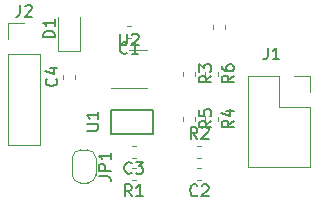
<source format=gbr>
G04 #@! TF.GenerationSoftware,KiCad,Pcbnew,(5.1.4)-1*
G04 #@! TF.CreationDate,2020-11-15T15:43:23+01:00*
G04 #@! TF.ProjectId,Sensorplatine,53656e73-6f72-4706-9c61-74696e652e6b,rev?*
G04 #@! TF.SameCoordinates,Original*
G04 #@! TF.FileFunction,Legend,Top*
G04 #@! TF.FilePolarity,Positive*
%FSLAX46Y46*%
G04 Gerber Fmt 4.6, Leading zero omitted, Abs format (unit mm)*
G04 Created by KiCad (PCBNEW (5.1.4)-1) date 2020-11-15 15:43:23*
%MOMM*%
%LPD*%
G04 APERTURE LIST*
%ADD10C,0.120000*%
%ADD11C,0.150000*%
G04 APERTURE END LIST*
D10*
X182880000Y-92015000D02*
X184210000Y-92015000D01*
X184210000Y-92015000D02*
X184210000Y-93345000D01*
X181610000Y-92015000D02*
X181610000Y-94615000D01*
X181610000Y-94615000D02*
X184210000Y-94615000D01*
X184210000Y-94615000D02*
X184210000Y-99755000D01*
X179010000Y-99755000D02*
X184210000Y-99755000D01*
X179010000Y-92015000D02*
X179010000Y-99755000D01*
X179010000Y-92015000D02*
X181610000Y-92015000D01*
X177040000Y-88041267D02*
X177040000Y-87698733D01*
X176020000Y-88041267D02*
X176020000Y-87698733D01*
X164790000Y-89880000D02*
X164790000Y-87020000D01*
X162870000Y-89880000D02*
X164790000Y-89880000D01*
X162870000Y-87020000D02*
X162870000Y-89880000D01*
X169081267Y-87755000D02*
X168738733Y-87755000D01*
X169081267Y-88775000D02*
X168738733Y-88775000D01*
X175036267Y-99820000D02*
X174693733Y-99820000D01*
X175036267Y-100840000D02*
X174693733Y-100840000D01*
X169476267Y-98935000D02*
X169133733Y-98935000D01*
X169476267Y-97915000D02*
X169133733Y-97915000D01*
X163320000Y-92246267D02*
X163320000Y-91903733D01*
X164340000Y-92246267D02*
X164340000Y-91903733D01*
X166100000Y-100380000D02*
G75*
G02X165400000Y-101080000I-700000J0D01*
G01*
X164800000Y-101080000D02*
G75*
G02X164100000Y-100380000I0J700000D01*
G01*
X164100000Y-98980000D02*
G75*
G02X164800000Y-98280000I700000J0D01*
G01*
X165400000Y-98280000D02*
G75*
G02X166100000Y-98980000I0J-700000D01*
G01*
X164800000Y-98280000D02*
X165400000Y-98280000D01*
X164100000Y-100380000D02*
X164100000Y-98980000D01*
X165400000Y-101080000D02*
X164800000Y-101080000D01*
X166100000Y-98980000D02*
X166100000Y-100380000D01*
X169476267Y-99820000D02*
X169133733Y-99820000D01*
X169476267Y-100840000D02*
X169133733Y-100840000D01*
X174693733Y-97915000D02*
X175036267Y-97915000D01*
X174693733Y-98935000D02*
X175036267Y-98935000D01*
X173480000Y-91663733D02*
X173480000Y-92006267D01*
X174500000Y-91663733D02*
X174500000Y-92006267D01*
X176405000Y-95473733D02*
X176405000Y-95816267D01*
X175385000Y-95473733D02*
X175385000Y-95816267D01*
X173480000Y-95473733D02*
X173480000Y-95816267D01*
X174500000Y-95473733D02*
X174500000Y-95816267D01*
X176405000Y-91663733D02*
X176405000Y-92006267D01*
X175385000Y-91663733D02*
X175385000Y-92006267D01*
D11*
X167386000Y-96901000D02*
X167386000Y-94869000D01*
X167386000Y-94869000D02*
X170942000Y-94869000D01*
X170942000Y-94869000D02*
X170942000Y-96901000D01*
X170942000Y-96901000D02*
X167386000Y-96901000D01*
D10*
X168910000Y-89830000D02*
X170410000Y-89830000D01*
X167410000Y-93050000D02*
X170410000Y-93050000D01*
X158690000Y-97850000D02*
X161350000Y-97850000D01*
X158690000Y-90170000D02*
X158690000Y-97850000D01*
X161350000Y-90170000D02*
X161350000Y-97850000D01*
X158690000Y-90170000D02*
X161350000Y-90170000D01*
X158690000Y-88900000D02*
X158690000Y-87570000D01*
X158690000Y-87570000D02*
X160020000Y-87570000D01*
D11*
X180641666Y-89622380D02*
X180641666Y-90336666D01*
X180594047Y-90479523D01*
X180498809Y-90574761D01*
X180355952Y-90622380D01*
X180260714Y-90622380D01*
X181641666Y-90622380D02*
X181070238Y-90622380D01*
X181355952Y-90622380D02*
X181355952Y-89622380D01*
X181260714Y-89765238D01*
X181165476Y-89860476D01*
X181070238Y-89908095D01*
X162632380Y-88758095D02*
X161632380Y-88758095D01*
X161632380Y-88520000D01*
X161680000Y-88377142D01*
X161775238Y-88281904D01*
X161870476Y-88234285D01*
X162060952Y-88186666D01*
X162203809Y-88186666D01*
X162394285Y-88234285D01*
X162489523Y-88281904D01*
X162584761Y-88377142D01*
X162632380Y-88520000D01*
X162632380Y-88758095D01*
X162632380Y-87234285D02*
X162632380Y-87805714D01*
X162632380Y-87520000D02*
X161632380Y-87520000D01*
X161775238Y-87615238D01*
X161870476Y-87710476D01*
X161918095Y-87805714D01*
X168743333Y-90052142D02*
X168695714Y-90099761D01*
X168552857Y-90147380D01*
X168457619Y-90147380D01*
X168314761Y-90099761D01*
X168219523Y-90004523D01*
X168171904Y-89909285D01*
X168124285Y-89718809D01*
X168124285Y-89575952D01*
X168171904Y-89385476D01*
X168219523Y-89290238D01*
X168314761Y-89195000D01*
X168457619Y-89147380D01*
X168552857Y-89147380D01*
X168695714Y-89195000D01*
X168743333Y-89242619D01*
X169695714Y-90147380D02*
X169124285Y-90147380D01*
X169410000Y-90147380D02*
X169410000Y-89147380D01*
X169314761Y-89290238D01*
X169219523Y-89385476D01*
X169124285Y-89433095D01*
X174698333Y-102117142D02*
X174650714Y-102164761D01*
X174507857Y-102212380D01*
X174412619Y-102212380D01*
X174269761Y-102164761D01*
X174174523Y-102069523D01*
X174126904Y-101974285D01*
X174079285Y-101783809D01*
X174079285Y-101640952D01*
X174126904Y-101450476D01*
X174174523Y-101355238D01*
X174269761Y-101260000D01*
X174412619Y-101212380D01*
X174507857Y-101212380D01*
X174650714Y-101260000D01*
X174698333Y-101307619D01*
X175079285Y-101307619D02*
X175126904Y-101260000D01*
X175222142Y-101212380D01*
X175460238Y-101212380D01*
X175555476Y-101260000D01*
X175603095Y-101307619D01*
X175650714Y-101402857D01*
X175650714Y-101498095D01*
X175603095Y-101640952D01*
X175031666Y-102212380D01*
X175650714Y-102212380D01*
X169138333Y-100212142D02*
X169090714Y-100259761D01*
X168947857Y-100307380D01*
X168852619Y-100307380D01*
X168709761Y-100259761D01*
X168614523Y-100164523D01*
X168566904Y-100069285D01*
X168519285Y-99878809D01*
X168519285Y-99735952D01*
X168566904Y-99545476D01*
X168614523Y-99450238D01*
X168709761Y-99355000D01*
X168852619Y-99307380D01*
X168947857Y-99307380D01*
X169090714Y-99355000D01*
X169138333Y-99402619D01*
X169471666Y-99307380D02*
X170090714Y-99307380D01*
X169757380Y-99688333D01*
X169900238Y-99688333D01*
X169995476Y-99735952D01*
X170043095Y-99783571D01*
X170090714Y-99878809D01*
X170090714Y-100116904D01*
X170043095Y-100212142D01*
X169995476Y-100259761D01*
X169900238Y-100307380D01*
X169614523Y-100307380D01*
X169519285Y-100259761D01*
X169471666Y-100212142D01*
X162757142Y-92241666D02*
X162804761Y-92289285D01*
X162852380Y-92432142D01*
X162852380Y-92527380D01*
X162804761Y-92670238D01*
X162709523Y-92765476D01*
X162614285Y-92813095D01*
X162423809Y-92860714D01*
X162280952Y-92860714D01*
X162090476Y-92813095D01*
X161995238Y-92765476D01*
X161900000Y-92670238D01*
X161852380Y-92527380D01*
X161852380Y-92432142D01*
X161900000Y-92289285D01*
X161947619Y-92241666D01*
X162185714Y-91384523D02*
X162852380Y-91384523D01*
X161804761Y-91622619D02*
X162519047Y-91860714D01*
X162519047Y-91241666D01*
X166352380Y-100513333D02*
X167066666Y-100513333D01*
X167209523Y-100560952D01*
X167304761Y-100656190D01*
X167352380Y-100799047D01*
X167352380Y-100894285D01*
X167352380Y-100037142D02*
X166352380Y-100037142D01*
X166352380Y-99656190D01*
X166400000Y-99560952D01*
X166447619Y-99513333D01*
X166542857Y-99465714D01*
X166685714Y-99465714D01*
X166780952Y-99513333D01*
X166828571Y-99560952D01*
X166876190Y-99656190D01*
X166876190Y-100037142D01*
X167352380Y-98513333D02*
X167352380Y-99084761D01*
X167352380Y-98799047D02*
X166352380Y-98799047D01*
X166495238Y-98894285D01*
X166590476Y-98989523D01*
X166638095Y-99084761D01*
X169138333Y-102212380D02*
X168805000Y-101736190D01*
X168566904Y-102212380D02*
X168566904Y-101212380D01*
X168947857Y-101212380D01*
X169043095Y-101260000D01*
X169090714Y-101307619D01*
X169138333Y-101402857D01*
X169138333Y-101545714D01*
X169090714Y-101640952D01*
X169043095Y-101688571D01*
X168947857Y-101736190D01*
X168566904Y-101736190D01*
X170090714Y-102212380D02*
X169519285Y-102212380D01*
X169805000Y-102212380D02*
X169805000Y-101212380D01*
X169709761Y-101355238D01*
X169614523Y-101450476D01*
X169519285Y-101498095D01*
X174698333Y-97353380D02*
X174365000Y-96877190D01*
X174126904Y-97353380D02*
X174126904Y-96353380D01*
X174507857Y-96353380D01*
X174603095Y-96401000D01*
X174650714Y-96448619D01*
X174698333Y-96543857D01*
X174698333Y-96686714D01*
X174650714Y-96781952D01*
X174603095Y-96829571D01*
X174507857Y-96877190D01*
X174126904Y-96877190D01*
X175079285Y-96448619D02*
X175126904Y-96401000D01*
X175222142Y-96353380D01*
X175460238Y-96353380D01*
X175555476Y-96401000D01*
X175603095Y-96448619D01*
X175650714Y-96543857D01*
X175650714Y-96639095D01*
X175603095Y-96781952D01*
X175031666Y-97353380D01*
X175650714Y-97353380D01*
X175872380Y-92001666D02*
X175396190Y-92335000D01*
X175872380Y-92573095D02*
X174872380Y-92573095D01*
X174872380Y-92192142D01*
X174920000Y-92096904D01*
X174967619Y-92049285D01*
X175062857Y-92001666D01*
X175205714Y-92001666D01*
X175300952Y-92049285D01*
X175348571Y-92096904D01*
X175396190Y-92192142D01*
X175396190Y-92573095D01*
X174872380Y-91668333D02*
X174872380Y-91049285D01*
X175253333Y-91382619D01*
X175253333Y-91239761D01*
X175300952Y-91144523D01*
X175348571Y-91096904D01*
X175443809Y-91049285D01*
X175681904Y-91049285D01*
X175777142Y-91096904D01*
X175824761Y-91144523D01*
X175872380Y-91239761D01*
X175872380Y-91525476D01*
X175824761Y-91620714D01*
X175777142Y-91668333D01*
X177777380Y-95811666D02*
X177301190Y-96145000D01*
X177777380Y-96383095D02*
X176777380Y-96383095D01*
X176777380Y-96002142D01*
X176825000Y-95906904D01*
X176872619Y-95859285D01*
X176967857Y-95811666D01*
X177110714Y-95811666D01*
X177205952Y-95859285D01*
X177253571Y-95906904D01*
X177301190Y-96002142D01*
X177301190Y-96383095D01*
X177110714Y-94954523D02*
X177777380Y-94954523D01*
X176729761Y-95192619D02*
X177444047Y-95430714D01*
X177444047Y-94811666D01*
X175872380Y-95811666D02*
X175396190Y-96145000D01*
X175872380Y-96383095D02*
X174872380Y-96383095D01*
X174872380Y-96002142D01*
X174920000Y-95906904D01*
X174967619Y-95859285D01*
X175062857Y-95811666D01*
X175205714Y-95811666D01*
X175300952Y-95859285D01*
X175348571Y-95906904D01*
X175396190Y-96002142D01*
X175396190Y-96383095D01*
X174872380Y-94906904D02*
X174872380Y-95383095D01*
X175348571Y-95430714D01*
X175300952Y-95383095D01*
X175253333Y-95287857D01*
X175253333Y-95049761D01*
X175300952Y-94954523D01*
X175348571Y-94906904D01*
X175443809Y-94859285D01*
X175681904Y-94859285D01*
X175777142Y-94906904D01*
X175824761Y-94954523D01*
X175872380Y-95049761D01*
X175872380Y-95287857D01*
X175824761Y-95383095D01*
X175777142Y-95430714D01*
X177777380Y-92001666D02*
X177301190Y-92335000D01*
X177777380Y-92573095D02*
X176777380Y-92573095D01*
X176777380Y-92192142D01*
X176825000Y-92096904D01*
X176872619Y-92049285D01*
X176967857Y-92001666D01*
X177110714Y-92001666D01*
X177205952Y-92049285D01*
X177253571Y-92096904D01*
X177301190Y-92192142D01*
X177301190Y-92573095D01*
X176777380Y-91144523D02*
X176777380Y-91335000D01*
X176825000Y-91430238D01*
X176872619Y-91477857D01*
X177015476Y-91573095D01*
X177205952Y-91620714D01*
X177586904Y-91620714D01*
X177682142Y-91573095D01*
X177729761Y-91525476D01*
X177777380Y-91430238D01*
X177777380Y-91239761D01*
X177729761Y-91144523D01*
X177682142Y-91096904D01*
X177586904Y-91049285D01*
X177348809Y-91049285D01*
X177253571Y-91096904D01*
X177205952Y-91144523D01*
X177158333Y-91239761D01*
X177158333Y-91430238D01*
X177205952Y-91525476D01*
X177253571Y-91573095D01*
X177348809Y-91620714D01*
X165314380Y-96646904D02*
X166123904Y-96646904D01*
X166219142Y-96599285D01*
X166266761Y-96551666D01*
X166314380Y-96456428D01*
X166314380Y-96265952D01*
X166266761Y-96170714D01*
X166219142Y-96123095D01*
X166123904Y-96075476D01*
X165314380Y-96075476D01*
X166314380Y-95075476D02*
X166314380Y-95646904D01*
X166314380Y-95361190D02*
X165314380Y-95361190D01*
X165457238Y-95456428D01*
X165552476Y-95551666D01*
X165600095Y-95646904D01*
X168148095Y-88442380D02*
X168148095Y-89251904D01*
X168195714Y-89347142D01*
X168243333Y-89394761D01*
X168338571Y-89442380D01*
X168529047Y-89442380D01*
X168624285Y-89394761D01*
X168671904Y-89347142D01*
X168719523Y-89251904D01*
X168719523Y-88442380D01*
X169148095Y-88537619D02*
X169195714Y-88490000D01*
X169290952Y-88442380D01*
X169529047Y-88442380D01*
X169624285Y-88490000D01*
X169671904Y-88537619D01*
X169719523Y-88632857D01*
X169719523Y-88728095D01*
X169671904Y-88870952D01*
X169100476Y-89442380D01*
X169719523Y-89442380D01*
X159686666Y-86022380D02*
X159686666Y-86736666D01*
X159639047Y-86879523D01*
X159543809Y-86974761D01*
X159400952Y-87022380D01*
X159305714Y-87022380D01*
X160115238Y-86117619D02*
X160162857Y-86070000D01*
X160258095Y-86022380D01*
X160496190Y-86022380D01*
X160591428Y-86070000D01*
X160639047Y-86117619D01*
X160686666Y-86212857D01*
X160686666Y-86308095D01*
X160639047Y-86450952D01*
X160067619Y-87022380D01*
X160686666Y-87022380D01*
M02*

</source>
